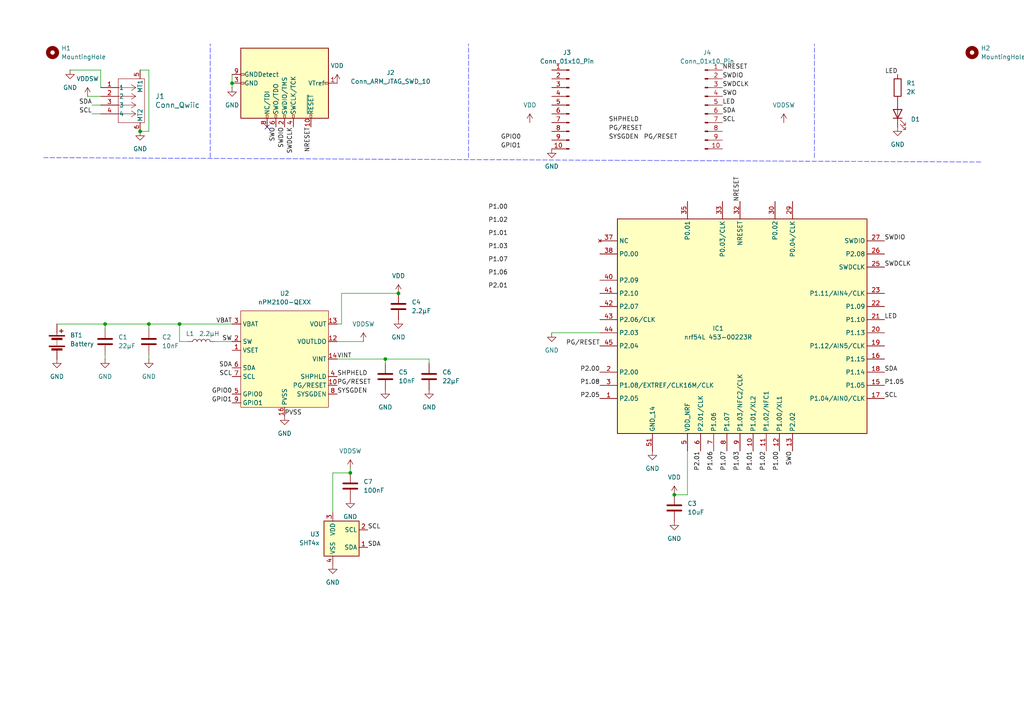
<source format=kicad_sch>
(kicad_sch (version 20250114) (generator "eeschema") (generator_version "9.0")
  (paper "A4")
  (lib_symbols
    (symbol "453-00223R:453-00223R"
      (property "Reference" "IC" (at 28.702 14.478 0))
      (property "Value" "453-00223R" (at 28.702 11.938 0))
      (symbol "453-00223R_1_1"
        (rectangle (start 0 39.37) (end 72.39 -22.86) (stroke (width 0.254)) (fill (type background)))
        (pin no_connect line (at -5.08 33.02 0) (length 5.08) (name "NC") (number "37"))
        (pin passive line (at -5.08 29.21 0) (length 5.08) (name "P0.00") (number "38"))
        (pin passive line (at -5.08 21.59 0) (length 5.08) (name "P2.09") (number "40"))
        (pin passive line (at -5.08 17.78 0) (length 5.08) (name "P2.10") (number "41"))
        (pin passive line (at -5.08 13.97 0) (length 5.08) (name "P2.07") (number "42"))
        (pin passive line (at -5.08 10.16 0) (length 5.08) (name "P2.06/CLK") (number "43"))
        (pin passive line (at -5.08 6.35 0) (length 5.08) (name "P2.03") (number "44"))
        (pin passive line (at -5.08 2.54 0) (length 5.08) (name "P2.04") (number "45"))
        (pin passive line (at -5.08 -5.08 0) (length 5.08) (name "P2.00") (number "2"))
        (pin passive line (at -5.08 -8.89 0) (length 5.08) (name "P1.08/EXTREF/CLK16M/CLK") (number "3"))
        (pin passive line (at -5.08 -12.7 0) (length 5.08) (name "P2.05") (number "1"))
        (pin passive line (at 10.16 -27.94 90) (length 5.08) (hide yes) (name "GND_2") (number "14"))
        (pin passive line (at 10.16 -27.94 90) (length 5.08) (hide yes) (name "GND_3") (number "24"))
        (pin passive line (at 10.16 -27.94 90) (length 5.08) (hide yes) (name "GND_4") (number "28"))
        (pin passive line (at 10.16 -27.94 90) (length 5.08) (hide yes) (name "GND_5") (number "31"))
        (pin passive line (at 10.16 -27.94 90) (length 5.08) (hide yes) (name "GND_6") (number "34"))
        (pin passive line (at 10.16 -27.94 90) (length 5.08) (hide yes) (name "GND_7") (number "36"))
        (pin passive line (at 10.16 -27.94 90) (length 5.08) (hide yes) (name "GND_8") (number "39"))
        (pin passive line (at 10.16 -27.94 90) (length 5.08) (hide yes) (name "GND_1") (number "4"))
        (pin passive line (at 10.16 -27.94 90) (length 5.08) (hide yes) (name "GND_9") (number "46"))
        (pin passive line (at 10.16 -27.94 90) (length 5.08) (hide yes) (name "GND_10") (number "47"))
        (pin passive line (at 10.16 -27.94 90) (length 5.08) (hide yes) (name "GND_11") (number "48"))
        (pin passive line (at 10.16 -27.94 90) (length 5.08) (hide yes) (name "GND_12") (number "49"))
        (pin passive line (at 10.16 -27.94 90) (length 5.08) (hide yes) (name "GND_13") (number "50"))
        (pin passive line (at 10.16 -27.94 90) (length 5.08) (name "GND_14") (number "51"))
        (pin passive line (at 20.32 44.45 270) (length 5.08) (name "P0.01") (number "35"))
        (pin power_in line (at 20.32 -27.94 90) (length 5.08) (name "VDD_NRF") (number "5"))
        (pin passive line (at 24.13 -27.94 90) (length 5.08) (name "P2.01/CLK") (number "6"))
        (pin passive line (at 27.94 -27.94 90) (length 5.08) (name "P1.06") (number "7"))
        (pin passive line (at 30.48 44.45 270) (length 5.08) (name "P0.03/CLK") (number "33"))
        (pin passive line (at 31.75 -27.94 90) (length 5.08) (name "P1.07") (number "8"))
        (pin passive line (at 35.56 44.45 270) (length 5.08) (name "NRESET") (number "32"))
        (pin passive line (at 35.56 -27.94 90) (length 5.08) (name "P1.03/NFC2/CLK") (number "9"))
        (pin passive line (at 39.37 -27.94 90) (length 5.08) (name "P1.01/XL2") (number "10"))
        (pin passive line (at 43.18 -27.94 90) (length 5.08) (name "P1.02/NFC1") (number "11"))
        (pin passive line (at 45.72 44.45 270) (length 5.08) (name "P0.02") (number "30"))
        (pin passive line (at 46.99 -27.94 90) (length 5.08) (name "P1.00/XL1") (number "12"))
        (pin passive line (at 50.8 44.45 270) (length 5.08) (name "P0.04/CLK") (number "29"))
        (pin passive line (at 50.8 -27.94 90) (length 5.08) (name "P2.02") (number "13"))
        (pin passive line (at 77.47 33.02 180) (length 5.08) (name "SWDIO") (number "27"))
        (pin passive line (at 77.47 29.21 180) (length 5.08) (name "P2.08") (number "26"))
        (pin passive line (at 77.47 25.4 180) (length 5.08) (name "SWDCLK") (number "25"))
        (pin passive line (at 77.47 17.78 180) (length 5.08) (name "P1.11/AIN4/CLK") (number "23"))
        (pin passive line (at 77.47 13.97 180) (length 5.08) (name "P1.09") (number "22"))
        (pin passive line (at 77.47 10.16 180) (length 5.08) (name "P1.10") (number "21"))
        (pin passive line (at 77.47 6.35 180) (length 5.08) (name "P1.13") (number "20"))
        (pin passive line (at 77.47 2.54 180) (length 5.08) (name "P1.12/AIN5/CLK") (number "19"))
        (pin passive line (at 77.47 -1.27 180) (length 5.08) (name "P1.15") (number "16"))
        (pin passive line (at 77.47 -5.08 180) (length 5.08) (name "P1.14") (number "18"))
        (pin passive line (at 77.47 -8.89 180) (length 5.08) (name "P1.05") (number "15"))
        (pin passive line (at 77.47 -12.7 180) (length 5.08) (name "P1.04/AIN0/CLK") (number "17"))
      )
    )
    (symbol "Connector:Conn_01x10_Pin" (pin_names (offset 1.016) (hide yes))
      (property "Reference" "J" (at 0 12.7 0))
      (property "Value" "Conn_01x10_Pin" (at 0 -15.24 0))
      (symbol "Conn_01x10_Pin_1_1"
        (rectangle (start 0.8636 10.287) (end 0 10.033) (stroke (width 0.1524)) (fill (type outline)))
        (rectangle (start 0.8636 7.747) (end 0 7.493) (stroke (width 0.1524)) (fill (type outline)))
        (rectangle (start 0.8636 5.207) (end 0 4.953) (stroke (width 0.1524)) (fill (type outline)))
        (rectangle (start 0.8636 2.667) (end 0 2.413) (stroke (width 0.1524)) (fill (type outline)))
        (rectangle (start 0.8636 0.127) (end 0 -0.127) (stroke (width 0.1524)) (fill (type outline)))
        (rectangle (start 0.8636 -2.413) (end 0 -2.667) (stroke (width 0.1524)) (fill (type outline)))
        (rectangle (start 0.8636 -4.953) (end 0 -5.207) (stroke (width 0.1524)) (fill (type outline)))
        (rectangle (start 0.8636 -7.493) (end 0 -7.747) (stroke (width 0.1524)) (fill (type outline)))
        (rectangle (start 0.8636 -10.033) (end 0 -10.287) (stroke (width 0.1524)) (fill (type outline)))
        (rectangle (start 0.8636 -12.573) (end 0 -12.827) (stroke (width 0.1524)) (fill (type outline)))
        (polyline (pts (xy 1.27 10.16) (xy 0.8636 10.16)) (stroke (width 0.1524)))
        (polyline (pts (xy 1.27 7.62) (xy 0.8636 7.62)) (stroke (width 0.1524)))
        (polyline (pts (xy 1.27 5.08) (xy 0.8636 5.08)) (stroke (width 0.1524)))
        (polyline (pts (xy 1.27 2.54) (xy 0.8636 2.54)) (stroke (width 0.1524)))
        (polyline (pts (xy 1.27 0) (xy 0.8636 0)) (stroke (width 0.1524)))
        (polyline (pts (xy 1.27 -2.54) (xy 0.8636 -2.54)) (stroke (width 0.1524)))
        (polyline (pts (xy 1.27 -5.08) (xy 0.8636 -5.08)) (stroke (width 0.1524)))
        (polyline (pts (xy 1.27 -7.62) (xy 0.8636 -7.62)) (stroke (width 0.1524)))
        (polyline (pts (xy 1.27 -10.16) (xy 0.8636 -10.16)) (stroke (width 0.1524)))
        (polyline (pts (xy 1.27 -12.7) (xy 0.8636 -12.7)) (stroke (width 0.1524)))
        (pin passive line (at 5.08 10.16 180) (length 3.81) (name "Pin_1") (number "1"))
        (pin passive line (at 5.08 7.62 180) (length 3.81) (name "Pin_2") (number "2"))
        (pin passive line (at 5.08 5.08 180) (length 3.81) (name "Pin_3") (number "3"))
        (pin passive line (at 5.08 2.54 180) (length 3.81) (name "Pin_4") (number "4"))
        (pin passive line (at 5.08 0 180) (length 3.81) (name "Pin_5") (number "5"))
        (pin passive line (at 5.08 -2.54 180) (length 3.81) (name "Pin_6") (number "6"))
        (pin passive line (at 5.08 -5.08 180) (length 3.81) (name "Pin_7") (number "7"))
        (pin passive line (at 5.08 -7.62 180) (length 3.81) (name "Pin_8") (number "8"))
        (pin passive line (at 5.08 -10.16 180) (length 3.81) (name "Pin_9") (number "9"))
        (pin passive line (at 5.08 -12.7 180) (length 3.81) (name "Pin_10") (number "10"))
      )
    )
    (symbol "Connector:Conn_ARM_JTAG_SWD_10" (pin_names (offset 1.016))
      (property "Reference" "J" (at -2.54 16.51 0))
      (property "Value" "Conn_ARM_JTAG_SWD_10" (at -2.54 13.97 0))
      (symbol "Conn_ARM_JTAG_SWD_10_0_1"
        (rectangle (start -10.16 12.7) (end 10.16 -12.7) (stroke (width 0.254)) (fill (type background)))
        (rectangle (start -2.794 -12.7) (end -2.286 -11.684))
        (rectangle (start -0.254 12.7) (end 0.254 11.684))
        (rectangle (start -0.254 -12.7) (end 0.254 -11.684))
        (rectangle (start 9.144 2.286) (end 10.16 2.794))
        (rectangle (start 10.16 7.874) (end 9.144 7.366))
        (rectangle (start 10.16 -0.254) (end 9.144 0.254))
        (rectangle (start 10.16 -2.794) (end 9.144 -2.286))
      )
      (symbol "Conn_ARM_JTAG_SWD_10_1_1"
        (rectangle (start 9.144 -5.334) (end 10.16 -4.826))
        (pin no_connect line (at -10.16 0 0) (length 2.54) (hide yes) (name "KEY") (number "7"))
        (pin passive line (at -2.54 -15.24 90) (length 2.54) (name "GNDDetect") (number "9"))
        (pin power_in line (at 0 15.24 270) (length 2.54) (name "VTref") (number "1"))
        (pin power_in line (at 0 -15.24 90) (length 2.54) (name "GND") (number "3"))
        (pin passive line (at 0 -15.24 90) (length 2.54) (hide yes) (name "GND") (number "5"))
        (pin open_collector line (at 12.7 7.62 180) (length 2.54) (name "~{RESET}") (number "10"))
        (pin output line (at 12.7 2.54 180) (length 2.54) (name "SWCLK/TCK") (number "4"))
        (pin bidirectional line (at 12.7 0 180) (length 2.54) (name "SWDIO/TMS") (number "2"))
        (pin input line (at 12.7 -2.54 180) (length 2.54) (name "SWO/TDO") (number "6"))
        (pin output line (at 12.7 -5.08 180) (length 2.54) (name "NC/TDI") (number "8"))
      )
    )
    (symbol "Device:Battery" (pin_numbers (hide yes)) (pin_names (offset 0) (hide yes))
      (property "Reference" "BT" (at 2.54 2.54 0))
      (property "Value" "Battery" (at 2.54 0 0))
      (symbol "Battery_0_1"
        (rectangle (start -2.286 1.778) (end 2.286 1.524) (fill (type outline)))
        (rectangle (start -2.286 -1.27) (end 2.286 -1.524) (fill (type outline)))
        (rectangle (start -1.524 1.016) (end 1.524 0.508) (fill (type outline)))
        (rectangle (start -1.524 -2.032) (end 1.524 -2.54) (fill (type outline)))
        (polyline (pts (xy 0 1.778) (xy 0 2.54)))
        (polyline (pts (xy 0 0) (xy 0 0.254)))
        (polyline (pts (xy 0 -0.508) (xy 0 -0.254)))
        (polyline (pts (xy 0 -1.016) (xy 0 -0.762)))
        (polyline (pts (xy 0.762 3.048) (xy 1.778 3.048)) (stroke (width 0.254)))
        (polyline (pts (xy 1.27 3.556) (xy 1.27 2.54)) (stroke (width 0.254)))
      )
      (symbol "Battery_1_1"
        (pin passive line (at 0 5.08 270) (length 2.54) (name "+") (number "1"))
        (pin passive line (at 0 -5.08 90) (length 2.54) (name "-") (number "2"))
      )
    )
    (symbol "Device:C" (pin_numbers (hide yes)) (pin_names (offset 0.254))
      (property "Reference" "C" (at 0.635 2.54 0))
      (property "Value" "C" (at 0.635 -2.54 0))
      (symbol "C_0_1"
        (polyline (pts (xy -2.032 0.762) (xy 2.032 0.762)) (stroke (width 0.508)))
        (polyline (pts (xy -2.032 -0.762) (xy 2.032 -0.762)) (stroke (width 0.508)))
      )
      (symbol "C_1_1"
        (pin passive line (at 0 3.81 270) (length 2.794) (name "~") (number "1"))
        (pin passive line (at 0 -3.81 90) (length 2.794) (name "~") (number "2"))
      )
    )
    (symbol "Device:L" (pin_numbers (hide yes)) (pin_names (offset 1.016) (hide yes))
      (property "Reference" "L" (at -1.27 0 90))
      (property "Value" "L" (at 1.905 0 90))
      (symbol "L_0_1"
        (arc (start 0 2.54) (mid 0.6323 1.905) (end 0 1.27))
        (arc (start 0 1.27) (mid 0.6323 0.635) (end 0 0))
        (arc (start 0 0) (mid 0.6323 -0.635) (end 0 -1.27))
        (arc (start 0 -1.27) (mid 0.6323 -1.905) (end 0 -2.54))
      )
      (symbol "L_1_1"
        (pin passive line (at 0 3.81 270) (length 1.27) (name "1") (number "1"))
        (pin passive line (at 0 -3.81 90) (length 1.27) (name "2") (number "2"))
      )
    )
    (symbol "Device:LED" (pin_numbers (hide yes)) (pin_names (offset 1.016) (hide yes))
      (property "Reference" "D" (at 0 2.54 0))
      (property "Value" "LED" (at 0 -2.54 0))
      (symbol "LED_0_1"
        (polyline (pts (xy -3.048 -0.762) (xy -4.572 -2.286) (xy -3.81 -2.286) (xy -4.572 -2.286) (xy -4.572 -1.524)))
        (polyline (pts (xy -1.778 -0.762) (xy -3.302 -2.286) (xy -2.54 -2.286) (xy -3.302 -2.286) (xy -3.302 -1.524)))
        (polyline (pts (xy -1.27 0) (xy 1.27 0)))
        (polyline (pts (xy -1.27 -1.27) (xy -1.27 1.27)) (stroke (width 0.254)))
        (polyline (pts (xy 1.27 -1.27) (xy 1.27 1.27) (xy -1.27 0) (xy 1.27 -1.27)) (stroke (width 0.254)))
      )
      (symbol "LED_1_1"
        (pin passive line (at -3.81 0 0) (length 2.54) (name "K") (number "1"))
        (pin passive line (at 3.81 0 180) (length 2.54) (name "A") (number "2"))
      )
    )
    (symbol "Device:R" (pin_numbers (hide yes)) (pin_names (offset 0))
      (property "Reference" "R" (at 2.032 0 90))
      (property "Value" "R" (at 0 0 90))
      (symbol "R_0_1"
        (rectangle (start -1.016 -2.54) (end 1.016 2.54) (stroke (width 0.254)))
      )
      (symbol "R_1_1"
        (pin passive line (at 0 3.81 270) (length 1.27) (name "~") (number "1"))
        (pin passive line (at 0 -3.81 90) (length 1.27) (name "~") (number "2"))
      )
    )
    (symbol "Mechanical:MountingHole" (pin_names (offset 1.016)) (in_bom no)
      (property "Reference" "H" (at 0 5.08 0))
      (property "Value" "MountingHole" (at 0 3.175 0))
      (symbol "MountingHole_0_1"
        (circle (center 0 0) (radius 1.27) (stroke (width 1.27)))
      )
    )
    (symbol "PCM_nordic-lib-kicad-npm:nPM2100-QEXX"
      (property "Reference" "U" (at -10.16 19.05 0))
      (property "Value" "nPM2100-QEXX" (at -3.81 16.51 0))
      (symbol "nPM2100-QEXX_0_0"
        (pin power_in line (at -15.24 10.16 0) (length 2.54) (name "VBAT") (number "3"))
        (pin passive line (at -15.24 5.08 0) (length 2.54) (name "SW") (number "2"))
        (pin input line (at -15.24 2.54 0) (length 2.54) (name "VSET") (number "1"))
        (pin bidirectional line (at -15.24 -2.54 0) (length 2.54) (name "SDA") (number "6"))
        (pin input line (at -15.24 -5.08 0) (length 2.54) (name "SCL") (number "7"))
        (pin bidirectional line (at -15.24 -10.16 0) (length 2.54) (name "GPIO0") (number "5"))
        (pin bidirectional line (at -15.24 -12.7 0) (length 2.54) (name "GPIO1") (number "9"))
        (pin power_in line (at 0 -16.51 90) (length 2.54) (hide yes) (name "AVSS2") (number "11"))
        (pin power_in line (at 0 -16.51 90) (length 2.54) (name "PVSS") (number "16"))
        (pin passive line (at 0 -16.51 90) (length 2.54) (hide yes) (name "EP") (number "17"))
        (pin power_out line (at 15.24 10.16 180) (length 2.54) (name "VOUT") (number "13"))
        (pin passive line (at 15.24 0 180) (length 2.54) (name "VINT") (number "14"))
        (pin passive line (at 15.24 0 180) (length 2.54) (hide yes) (name "VINT") (number "15"))
        (pin input line (at 15.24 -5.08 180) (length 2.54) (name "SHPHLD") (number "4"))
        (pin bidirectional line (at 15.24 -7.62 180) (length 2.54) (name "PG/RESET") (number "10"))
        (pin input line (at 15.24 -10.16 180) (length 2.54) (name "SYSGDEN") (number "8"))
      )
      (symbol "nPM2100-QEXX_1_0"
        (pin power_out line (at 15.24 5.08 180) (length 2.54) (name "VOUTLDO") (number "12"))
      )
      (symbol "nPM2100-QEXX_1_1"
        (rectangle (start -12.7 13.97) (end 12.7 -13.97) (fill (type background)))
      )
    )
    (symbol "SM04B_SRSS_TB:SM04B-SRSS-TB" (pin_names (offset 0.254))
      (property "Reference" "J1" (at 15.748 -2.54 0))
      (property "Value" "Conn_Qwiic" (at 15.748 -5.08 0))
      (symbol "SM04B-SRSS-TB_1_1"
        (polyline (pts (xy 5.08 2.54) (xy 5.08 -10.16)) (stroke (width 0.127)))
        (polyline (pts (xy 5.08 -10.16) (xy 12.7 -10.16)) (stroke (width 0.127)))
        (polyline (pts (xy 10.16 0) (xy 5.08 0)) (stroke (width 0.127)))
        (polyline (pts (xy 10.16 0) (xy 8.89 0.8467)) (stroke (width 0.127)))
        (polyline (pts (xy 10.16 0) (xy 8.89 -0.8467)) (stroke (width 0.127)))
        (polyline (pts (xy 10.16 -2.54) (xy 5.08 -2.54)) (stroke (width 0.127)))
        (polyline (pts (xy 10.16 -2.54) (xy 8.89 -1.6933)) (stroke (width 0.127)))
        (polyline (pts (xy 10.16 -2.54) (xy 8.89 -3.3867)) (stroke (width 0.127)))
        (polyline (pts (xy 10.16 -5.08) (xy 5.08 -5.08)) (stroke (width 0.127)))
        (polyline (pts (xy 10.16 -5.08) (xy 8.89 -4.2333)) (stroke (width 0.127)))
        (polyline (pts (xy 10.16 -5.08) (xy 8.89 -5.9267)) (stroke (width 0.127)))
        (polyline (pts (xy 10.16 -7.62) (xy 5.08 -7.62)) (stroke (width 0.127)))
        (polyline (pts (xy 10.16 -7.62) (xy 8.89 -6.7733)) (stroke (width 0.127)))
        (polyline (pts (xy 10.16 -7.62) (xy 8.89 -8.4667)) (stroke (width 0.127)))
        (polyline (pts (xy 12.7 2.54) (xy 5.08 2.54)) (stroke (width 0.127)))
        (polyline (pts (xy 12.7 -10.16) (xy 12.7 2.54)) (stroke (width 0.127)))
        (pin power_in line (at 0 0 0) (length 5.08) (name "1") (number "1"))
        (pin power_in line (at 0 -2.54 0) (length 5.08) (name "2") (number "2"))
        (pin input line (at 0 -5.08 0) (length 5.08) (name "3") (number "3"))
        (pin bidirectional line (at 0 -7.62 0) (length 5.08) (name "4") (number "4"))
        (pin passive line (at 11.43 5.08 270) (length 2.54) (name "MT1") (number "5"))
        (pin passive line (at 11.43 -12.7 90) (length 2.54) (name "MT2") (number "6"))
      )
      (symbol "SM04B-SRSS-TB_1_2"
        (polyline (pts (xy 5.08 2.54) (xy 5.08 -10.16)) (stroke (width 0.127)))
        (polyline (pts (xy 5.08 -10.16) (xy 12.7 -10.16)) (stroke (width 0.127)))
        (polyline (pts (xy 7.62 0) (xy 5.08 0)) (stroke (width 0.127)))
        (polyline (pts (xy 7.62 0) (xy 8.89 0.8467)) (stroke (width 0.127)))
        (polyline (pts (xy 7.62 0) (xy 8.89 -0.8467)) (stroke (width 0.127)))
        (polyline (pts (xy 7.62 -2.54) (xy 5.08 -2.54)) (stroke (width 0.127)))
        (polyline (pts (xy 7.62 -2.54) (xy 8.89 -1.6933)) (stroke (width 0.127)))
        (polyline (pts (xy 7.62 -2.54) (xy 8.89 -3.3867)) (stroke (width 0.127)))
        (polyline (pts (xy 7.62 -5.08) (xy 5.08 -5.08)) (stroke (width 0.127)))
        (polyline (pts (xy 7.62 -5.08) (xy 8.89 -4.2333)) (stroke (width 0.127)))
        (polyline (pts (xy 7.62 -5.08) (xy 8.89 -5.9267)) (stroke (width 0.127)))
        (polyline (pts (xy 7.62 -7.62) (xy 5.08 -7.62)) (stroke (width 0.127)))
        (polyline (pts (xy 7.62 -7.62) (xy 8.89 -6.7733)) (stroke (width 0.127)))
        (polyline (pts (xy 7.62 -7.62) (xy 8.89 -8.4667)) (stroke (width 0.127)))
        (polyline (pts (xy 12.7 2.54) (xy 5.08 2.54)) (stroke (width 0.127)))
        (polyline (pts (xy 12.7 -10.16) (xy 12.7 2.54)) (stroke (width 0.127)))
        (pin unspecified line (at 0 0 0) (length 5.08) (name "1") (number "1"))
        (pin unspecified line (at 0 -2.54 0) (length 5.08) (name "2") (number "2"))
        (pin unspecified line (at 0 -5.08 0) (length 5.08) (name "3") (number "3"))
        (pin unspecified line (at 0 -7.62 0) (length 5.08) (name "4") (number "4"))
      )
    )
    (symbol "Sensor_Humidity:SHT4x"
      (property "Reference" "U" (at 0 8.89 0))
      (property "Value" "SHT4x" (at 0 6.35 0))
      (symbol "SHT4x_1_1"
        (rectangle (start -5.08 5.08) (end 5.08 -5.08) (stroke (width 0.254)) (fill (type background)))
        (pin input line (at -7.62 2.54 0) (length 2.54) (name "SCL") (number "2"))
        (pin bidirectional line (at -7.62 -2.54 0) (length 2.54) (name "SDA") (number "1"))
        (pin power_in line (at 2.54 7.62 270) (length 2.54) (name "VDD") (number "3"))
        (pin power_in line (at 2.54 -7.62 90) (length 2.54) (name "VSS") (number "4"))
      )
    )
    (symbol "power:GND" (power) (pin_numbers (hide yes)) (pin_names (offset 0) (hide yes))
      (property "Value" "GND" (at 0 -3.81 0))
      (symbol "GND_0_1"
        (polyline (pts (xy 0 0) (xy 0 -1.27) (xy 1.27 -1.27) (xy 0 -2.54) (xy -1.27 -1.27) (xy 0 -1.27)))
      )
      (symbol "GND_1_1"
        (pin power_in line (at 0 0 270) (length 0) (name "~") (number "1"))
      )
    )
    (symbol "power:VDD" (power) (pin_numbers (hide yes)) (pin_names (offset 0) (hide yes))
      (property "Value" "VDD" (at 0 3.556 0))
      (symbol "VDD_0_1"
        (polyline (pts (xy -0.762 1.27) (xy 0 2.54)))
        (polyline (pts (xy 0 2.54) (xy 0.762 1.27)))
        (polyline (pts (xy 0 0) (xy 0 2.54)))
      )
      (symbol "VDD_1_1"
        (pin power_in line (at 0 0 90) (length 0) (name "~") (number "1"))
      )
    )
    (symbol "power:VDDA" (power) (pin_numbers (hide yes)) (pin_names (offset 0) (hide yes))
      (property "Value" "VDDA" (at 0 3.556 0))
      (symbol "VDDA_0_1"
        (polyline (pts (xy -0.762 1.27) (xy 0 2.54)))
        (polyline (pts (xy 0 2.54) (xy 0.762 1.27)))
        (polyline (pts (xy 0 0) (xy 0 2.54)))
      )
      (symbol "VDDA_1_1"
        (pin power_in line (at 0 0 90) (length 0) (name "~") (number "1"))
      )
    )
  )
  (junction (at 111.76 104.14))
  (junction (at 30.48 93.98))
  (junction (at 43.18 93.98))
  (junction (at 195.58 143.51))
  (junction (at 115.57 85.09))
  (junction (at 52.07 93.98))
  (junction (at 67.31 24.13))
  (junction (at 101.6 137.16))
  (junction (at 40.64 38.1))
  (no_connect (at 77.47 36.83))
  (wire (pts (xy 195.58 143.51) (xy 199.39 143.51)))
  (wire (pts (xy 97.79 104.14) (xy 111.76 104.14)))
  (wire (pts (xy 30.48 104.14) (xy 30.48 102.87)))
  (wire (pts (xy 99.06 85.09) (xy 99.06 93.98)))
  (wire (pts (xy 124.46 105.41) (xy 124.46 104.14)))
  (wire (pts (xy 43.18 102.87) (xy 43.18 104.14)))
  (polyline (pts (xy 60.96 45.72) (xy 60.96 12.7)) (stroke (width 0.127) (type dash) (color 0 0 255 1)))
  (wire (pts (xy 96.52 137.16) (xy 101.6 137.16)))
  (polyline (pts (xy 236.22 45.72) (xy 236.22 12.7)) (stroke (width 0.127) (type dash) (color 0 0 255 1)))
  (wire (pts (xy 43.18 93.98) (xy 43.18 95.25)))
  (wire (pts (xy 30.48 93.98) (xy 43.18 93.98)))
  (wire (pts (xy 111.76 105.41) (xy 111.76 104.14)))
  (wire (pts (xy 26.67 30.48) (xy 29.21 30.48)))
  (wire (pts (xy 199.39 130.81) (xy 199.39 143.51)))
  (polyline (pts (xy 135.89 45.72) (xy 135.89 12.7)) (stroke (width 0.127) (type dash) (color 0 0 255 1)))
  (wire (pts (xy 115.57 85.09) (xy 99.06 85.09)))
  (wire (pts (xy 52.07 93.98) (xy 67.31 93.98)))
  (wire (pts (xy 67.31 25.4) (xy 67.31 24.13)))
  (wire (pts (xy 29.21 20.32) (xy 29.21 25.4)))
  (wire (pts (xy 99.06 93.98) (xy 97.79 93.98)))
  (wire (pts (xy 30.48 95.25) (xy 30.48 93.98)))
  (wire (pts (xy 101.6 135.89) (xy 101.6 137.16)))
  (wire (pts (xy 52.07 99.06) (xy 52.07 93.98)))
  (wire (pts (xy 43.18 93.98) (xy 52.07 93.98)))
  (wire (pts (xy 160.02 96.52) (xy 173.99 96.52)))
  (wire (pts (xy 62.23 99.06) (xy 67.31 99.06)))
  (wire (pts (xy 26.67 33.02) (xy 29.21 33.02)))
  (wire (pts (xy 16.51 93.98) (xy 30.48 93.98)))
  (wire (pts (xy 54.61 99.06) (xy 52.07 99.06)))
  (wire (pts (xy 20.32 20.32) (xy 29.21 20.32)))
  (wire (pts (xy 25.4 27.94) (xy 29.21 27.94)))
  (wire (pts (xy 40.64 20.32) (xy 43.18 20.32)))
  (wire (pts (xy 105.41 99.06) (xy 97.79 99.06)))
  (wire (pts (xy 96.52 137.16) (xy 96.52 148.59)))
  (wire (pts (xy 124.46 104.14) (xy 111.76 104.14)))
  (wire (pts (xy 67.31 21.59) (xy 67.31 24.13)))
  (polyline (pts (xy 284.48 46.99) (xy 12.7 45.72)) (stroke (width 0.127) (type dash) (color 0 0 255 1)))
  (wire (pts (xy 43.18 20.32) (xy 43.18 38.1)))
  (wire (pts (xy 43.18 38.1) (xy 40.64 38.1)))
  (label "SCL" (at 256.54 115.57 0))
  (label "SWDCLK" (at 256.54 77.47 0))
  (label "SW" (at 67.31 99.06 180))
  (label "P1.00" (at 147.32 60.96 180))
  (label "NRESET" (at 209.55 20.32 0))
  (label "P2.01" (at 147.32 83.82 180))
  (label "VBAT" (at 67.31 93.98 180))
  (label "SCL" (at 106.68 153.67 0))
  (label "LED" (at 209.55 30.48 0))
  (label "P1.01" (at 218.44 130.81 270))
  (label "SCL" (at 67.31 109.22 180))
  (label "PG{slash}RESET" (at 176.53 38.1 0))
  (label "SDA" (at 26.67 30.48 180))
  (label "GPIO0" (at 151.13 40.64 180))
  (label "SWO" (at 80.01 36.83 270))
  (label "SYSGDEN" (at 176.53 40.64 0))
  (label "SHPHELD" (at 97.79 109.22 0))
  (label "P1.00" (at 226.06 130.81 270))
  (label "SWO" (at 209.55 27.94 0))
  (label "GPIO1" (at 151.13 43.18 180))
  (label "P1.03" (at 147.32 72.39 180))
  (label "SDA" (at 209.55 33.02 0))
  (label "LED" (at 256.54 92.71 0))
  (label "SDA" (at 106.68 158.75 0))
  (label "NRESET" (at 214.63 58.42 90))
  (label "SYSGDEN" (at 97.79 114.3 0))
  (label "GPIO0" (at 67.31 114.3 180))
  (label "P1.07" (at 210.82 130.81 270))
  (label "P1.06" (at 207.01 130.81 270))
  (label "P1.08" (at 173.99 111.76 180))
  (label "P1.02" (at 222.25 130.81 270))
  (label "P1.01" (at 147.32 68.58 180))
  (label "P1.07" (at 147.32 76.2 180))
  (label "P1.02" (at 147.32 64.77 180))
  (label "SWDCLK" (at 85.09 36.83 270))
  (label "SDA" (at 67.31 106.68 180))
  (label "PVSS" (at 82.55 120.65 0))
  (label "SWDIO" (at 256.54 69.85 0))
  (label "SHPHELD" (at 176.53 35.56 0))
  (label "LED" (at 260.35 21.59 180))
  (label "SWDIO" (at 209.55 22.86 0))
  (label "P2.00" (at 173.99 107.95 180))
  (label "VINT" (at 97.79 104.14 0))
  (label "PG{slash}RESET" (at 186.69 40.64 0))
  (label "GPIO1" (at 67.31 116.84 180))
  (label "P1.03" (at 214.63 130.81 270))
  (label "SCL" (at 209.55 35.56 0))
  (label "NRESET" (at 90.17 36.83 270))
  (label "P2.05" (at 173.99 115.57 180))
  (label "SWDCLK" (at 209.55 25.4 0))
  (label "SCL" (at 26.67 33.02 180))
  (label "SWO" (at 229.87 130.81 270))
  (label "SDA" (at 256.54 107.95 0))
  (label "P2.01" (at 203.2 130.81 270))
  (label "PG{slash}RESET" (at 97.79 111.76 0))
  (label "SWDIO" (at 82.55 36.83 270))
  (label "P1.05" (at 256.54 111.76 0))
  (label "PG{slash}RESET" (at 173.99 100.33 180))
  (label "P1.06" (at 147.32 80.01 180))
  (symbol (lib_id "power:VDDA") (at 105.41 99.06 0) (unit 1)
    (property "Reference" "#PWR019" (effects (hide yes)))
    (property "Value" "VDDSW" (at 105.41 93.98 0))
    (property "Description" "Power symbol creates a global label with name \"VDDA\"" (effects (hide yes)))
  )
  (symbol (lib_id "power:GND") (at 260.35 36.83 0) (unit 1)
    (property "Reference" "#PWR08" (effects (hide yes)))
    (property "Value" "GND" (at 260.35 41.91 0))
    (property "Description" "Power symbol creates a global label with name \"GND\" , ground" (effects (hide yes)))
  )
  (symbol (lib_id "power:VDDA") (at 25.4 27.94 0) (unit 1)
    (property "Reference" "#PWR01" (effects (hide yes)))
    (property "Value" "VDDSW" (at 25.4 22.86 0))
    (property "Description" "Power symbol creates a global label with name \"VDDA\"" (effects (hide yes)))
  )
  (symbol (lib_id "power:GND") (at 40.64 38.1 0) (unit 1)
    (property "Reference" "#PWR07" (effects (hide yes)))
    (property "Value" "GND" (at 40.64 43.18 0))
    (property "Description" "Power symbol creates a global label with name \"GND\" , ground" (effects (hide yes)))
  )
  (symbol (lib_id "power:GND") (at 124.46 113.03 0) (unit 1)
    (property "Reference" "#PWR015" (effects (hide yes)))
    (property "Value" "GND" (at 124.46 118.11 0))
    (property "Description" "Power symbol creates a global label with name \"GND\" , ground" (effects (hide yes)))
  )
  (symbol (lib_id "Connector:Conn_01x10_Pin") (at 165.1 30.48 0) (mirror y) (unit 1)
    (property "Reference" "J3" (at 164.465 15.24 0))
    (property "Value" "Conn_01x10_Pin" (at 164.465 17.78 0))
    (property "Footprint" "Connector_PinHeader_2.54mm:PinHeader_1x10_P2.54mm_Vertical" (effects (hide yes)))
    (property "Description" "Generic connector, single row, 01x10, script generated" (effects (hide yes)))
  )
  (symbol (lib_id "SM04B_SRSS_TB:SM04B-SRSS-TB") (at 29.21 25.4 0) (unit 1)
    (property "Reference" "J1" (at 44.958 27.94 0) (effects (font (size 1.524 1.524)) (justify left)))
    (property "Value" "Conn_Qwiic" (at 44.958 30.48 0) (effects (font (size 1.524 1.524)) (justify left)))
    (property "Footprint" "SM04B_SRSS_TB:CONN_SM04B-SRSS-TB_JST" (effects (hide yes)))
    (property "Datasheet" "SM04B-SRSS-TB" (effects (hide yes)))
  )
  (symbol (lib_id "power:GND") (at 111.76 113.03 0) (unit 1)
    (property "Reference" "#PWR016" (effects (hide yes)))
    (property "Value" "GND" (at 111.76 118.11 0))
    (property "Description" "Power symbol creates a global label with name \"GND\" , ground" (effects (hide yes)))
  )
  (symbol (lib_id "Device:L") (at 58.42 99.06 90) (unit 1)
    (property "Reference" "L1" (at 55.118 96.774 90))
    (property "Value" "2.2μH" (at 60.706 96.774 90))
    (property "Footprint" "CIGT201610EH2R2MNE:IND_CIGT2016_SAM" (effects (hide yes)))
    (property "Description" "Boost Inductor" (effects (hide yes)))
    (property "Design Guidance" "Isat > 0.55 A, DCR < 300 mΩ, ±20%" (effects (hide yes)))
  )
  (symbol (lib_id "Mechanical:MountingHole") (at 15.24 15.24 0) (unit 1) (in_bom no)
    (property "Reference" "H1" (at 17.78 13.9699 0) (effects (justify left)))
    (property "Value" "MountingHole" (at 17.78 16.5099 0) (effects (justify left)))
    (property "Footprint" "MountingHoleCompact:MountingHole_2.5mm_Plated" (effects (hide yes)))
    (property "Description" "Mounting Hole without connection" (effects (hide yes)))
  )
  (symbol (lib_id "power:GND") (at 30.48 104.14 0) (unit 1)
    (property "Reference" "#PWR017" (effects (hide yes)))
    (property "Value" "GND" (at 30.48 109.22 0))
    (property "Description" "Power symbol creates a global label with name \"GND\" , ground" (effects (hide yes)))
  )
  (symbol (lib_id "Device:C") (at 111.76 109.22 0) (unit 1)
    (property "Reference" "C5" (at 115.57 107.9499 0) (effects (justify left)))
    (property "Value" "10nF" (at 115.57 110.4899 0) (effects (justify left)))
    (property "Footprint" "Capacitor_SMD:C_0402_1005Metric" (effects (hide yes)))
    (property "Description" "Decoupling Capacitor" (effects (hide yes)))
    (property "Design Guideline" "1-100nF, at least 6.3V rating" (effects (hide yes)))
  )
  (symbol (lib_id "power:GND") (at 16.51 104.14 0) (unit 1)
    (property "Reference" "#PWR011" (effects (hide yes)))
    (property "Value" "GND" (at 16.51 109.22 0))
    (property "Description" "Power symbol creates a global label with name \"GND\" , ground" (effects (hide yes)))
  )
  (symbol (lib_id "power:GND") (at 67.31 25.4 0) (unit 1)
    (property "Reference" "#PWR04" (effects (hide yes)))
    (property "Value" "GND" (at 67.31 30.48 0))
    (property "Description" "Power symbol creates a global label with name \"GND\" , ground" (effects (hide yes)))
  )
  (symbol (lib_id "power:VDD") (at 115.57 85.09 0) (unit 1)
    (property "Reference" "#PWR014" (effects (hide yes)))
    (property "Value" "VDD" (at 115.57 80.01 0))
    (property "Description" "Power symbol creates a global label with name \"VDD\"" (effects (hide yes)))
  )
  (symbol (lib_id "power:GND") (at 101.6 144.78 0) (unit 1)
    (property "Reference" "#PWR025" (effects (hide yes)))
    (property "Value" "GND" (at 101.6 149.86 0))
    (property "Description" "Power symbol creates a global label with name \"GND\" , ground" (effects (hide yes)))
  )
  (symbol (lib_id "power:GND") (at 195.58 151.13 0) (unit 1)
    (property "Reference" "#PWR012" (effects (hide yes)))
    (property "Value" "GND" (at 195.58 156.21 0))
    (property "Description" "Power symbol creates a global label with name \"GND\" , ground" (effects (hide yes)))
  )
  (symbol (lib_id "power:GND") (at 160.02 43.18 0) (unit 1)
    (property "Reference" "#PWR022" (effects (hide yes)))
    (property "Value" "GND" (at 160.02 48.26 0))
    (property "Description" "Power symbol creates a global label with name \"GND\" , ground" (effects (hide yes)))
  )
  (symbol (lib_id "power:GND") (at 115.57 92.71 0) (unit 1)
    (property "Reference" "#PWR05" (effects (hide yes)))
    (property "Value" "GND" (at 115.57 97.79 0))
    (property "Description" "Power symbol creates a global label with name \"GND\" , ground" (effects (hide yes)))
  )
  (symbol (lib_id "Device:C") (at 30.48 99.06 0) (unit 1)
    (property "Reference" "C1" (at 34.29 97.7899 0) (effects (justify left)))
    (property "Value" "22μF" (at 34.29 100.3299 0) (effects (justify left)))
    (property "Footprint" "Capacitor_SMD:C_0603_1608Metric" (effects (hide yes)))
    (property "Description" "Capacitor" (effects (hide yes)))
    (property "Design Guidance" "At least 3.5 μF effective and 6.3V rating, ±20% is fine" (effects (hide yes)))
  )
  (symbol (lib_id "Device:C") (at 101.6 140.97 0) (unit 1)
    (property "Reference" "C7" (at 105.41 139.6999 0) (effects (justify left)))
    (property "Value" "100nF" (at 105.41 142.2399 0) (effects (justify left)))
    (property "Description" "Unpolarized capacitor" (effects (hide yes)))
  )
  (symbol (lib_id "Connector:Conn_ARM_JTAG_SWD_10") (at 82.55 24.13 270) (unit 1)
    (property "Reference" "J2" (at 113.284 21.082 90))
    (property "Value" "Conn_ARM_JTAG_SWD_10" (at 113.284 23.622 90))
    (property "Footprint" "Connector_PinHeader_1.27mm:PinHeader_2x05_P1.27mm_Vertical_SMD" (effects (hide yes)))
    (property "Datasheet" "http://infocenter.arm.com/help/topic/com.arm.doc.ddi0314h/DDI0314H_coresight_components_trm.pdf" (effects (hide yes)))
    (property "Description" "Cortex Debug Connector, standard ARM Cortex-M SWD and JTAG interface" (effects (hide yes)))
  )
  (symbol (lib_id "power:GND") (at 96.52 163.83 0) (unit 1)
    (property "Reference" "#PWR09" (effects (hide yes)))
    (property "Value" "GND" (at 96.52 168.91 0))
    (property "Description" "Power symbol creates a global label with name \"GND\" , ground" (effects (hide yes)))
  )
  (symbol (lib_id "power:VDD") (at 97.79 24.13 0) (unit 1)
    (property "Reference" "#PWR06" (effects (hide yes)))
    (property "Value" "VDD" (at 97.79 19.05 0))
    (property "Description" "Power symbol creates a global label with name \"VDD\"" (effects (hide yes)))
  )
  (symbol (lib_id "PCM_nordic-lib-kicad-npm:nPM2100-QEXX") (at 82.55 104.14 0) (unit 1)
    (property "Reference" "U2" (at 82.55 85.09 0))
    (property "Value" "nPM2100-QEXX" (at 82.55 87.63 0))
    (property "Footprint" "Package_DFN_QFN:UQFN-16-1EP_4x4mm_P0.65mm_EP2.6x2.6mm" (effects (hide yes)))
    (property "Datasheet" "https://docs.nordicsemi.com/bundle/ps_npm2100/page/keyfeatures_html5.html" (effects (hide yes)))
  )
  (symbol (lib_id "power:GND") (at 160.02 96.52 0) (unit 1)
    (property "Reference" "#PWR024" (effects (hide yes)))
    (property "Value" "GND" (at 160.02 101.6 0))
    (property "Description" "Power symbol creates a global label with name \"GND\" , ground" (effects (hide yes)))
  )
  (symbol (lib_id "power:VDD") (at 195.58 143.51 0) (unit 1)
    (property "Reference" "#PWR020" (effects (hide yes)))
    (property "Value" "VDD" (at 195.58 138.43 0))
    (property "Description" "Power symbol creates a global label with name \"VDD\"" (effects (hide yes)))
  )
  (symbol (lib_id "Device:LED") (at 260.35 33.02 90) (unit 1)
    (property "Reference" "D1" (at 264.16 34.6074 90) (effects (justify right)))
    (property "Value" "PWRLED" (effects (hide yes)))
    (property "Footprint" "LED_SMD:LED_0603_1608Metric" (effects (hide yes)))
    (property "Description" "Light emitting diode" (effects (hide yes)))
    (property "Sim.Pins" "1=K 2=A" (effects (hide yes)))
  )
  (symbol (lib_id "453-00223R:453-00223R") (at 179.07 102.87 0) (unit 1)
    (property "Reference" "IC1" (at 208.28 95.25 0))
    (property "Value" "nrf54L 453-00223R" (at 208.28 97.79 0))
    (property "Footprint" "45300223R" (effects (hide yes)))
    (property "Datasheet" "https://www.ezurio.com/part/453-00223r?srsltid=AfmBOor-2XNVTfpKfHgCc_PpvXD3mUEKeSST6L9FUfm2KAjYeduX-8zf" (effects (hide yes)))
    (property "Description" "802.15.4, Bluetooth Bluetooth v6.0, Matter, Thread, Zigbee Transceiver Module 2.4GHz Integrated, Chip Surface Mount" (effects (hide yes)))
    (property "Height" "1.9" (effects (hide yes)))
    (property "Manufacturer_Name" "EZURIO" (effects (hide yes)))
    (property "Manufacturer_Part_Number" "453-00223R" (effects (hide yes)))
  )
  (symbol (lib_id "Device:C") (at 195.58 147.32 0) (unit 1)
    (property "Reference" "C3" (at 199.39 146.0499 0) (effects (justify left)))
    (property "Value" "10uF" (at 199.39 148.5899 0) (effects (justify left)))
    (property "Footprint" "Capacitor_SMD:C_0603_1608Metric" (effects (hide yes)))
    (property "Description" "Unpolarized capacitor" (effects (hide yes)))
  )
  (symbol (lib_id "power:GND") (at 82.55 120.65 0) (unit 1)
    (property "Reference" "#PWR010" (effects (hide yes)))
    (property "Value" "GND" (at 82.55 125.73 0))
    (property "Description" "Power symbol creates a global label with name \"GND\" , ground" (effects (hide yes)))
  )
  (symbol (lib_id "Device:C") (at 43.18 99.06 0) (unit 1)
    (property "Reference" "C2" (at 46.99 97.7899 0) (effects (justify left)))
    (property "Value" "10nF" (at 46.99 100.3299 0) (effects (justify left)))
    (property "Footprint" "Capacitor_SMD:C_0402_1005Metric" (effects (hide yes)))
    (property "Description" "Decoupling Capacitor" (effects (hide yes)))
    (property "Design Guidance" "1-100nF, at least 6.3V rating" (effects (hide yes)))
  )
  (symbol (lib_id "Connector:Conn_01x10_Pin") (at 204.47 30.48 0) (unit 1)
    (property "Reference" "J4" (at 205.105 15.24 0))
    (property "Value" "Conn_01x10_Pin" (at 205.105 17.78 0))
    (property "Footprint" "Connector_PinHeader_2.54mm:PinHeader_1x10_P2.54mm_Vertical" (effects (hide yes)))
    (property "Description" "Generic connector, single row, 01x10, script generated" (effects (hide yes)))
  )
  (symbol (lib_id "power:VDDA") (at 227.33 35.56 0) (unit 1)
    (property "Reference" "#PWR023" (effects (hide yes)))
    (property "Value" "VDDSW" (at 227.33 30.48 0))
    (property "Description" "Power symbol creates a global label with name \"VDDA\"" (effects (hide yes)))
  )
  (symbol (lib_id "power:VDD") (at 153.67 35.56 0) (unit 1)
    (property "Reference" "#PWR021" (effects (hide yes)))
    (property "Value" "VDD" (at 153.67 30.48 0))
    (property "Description" "Power symbol creates a global label with name \"VDD\"" (effects (hide yes)))
  )
  (symbol (lib_id "power:VDDA") (at 101.6 135.89 0) (unit 1)
    (property "Reference" "#PWR013" (effects (hide yes)))
    (property "Value" "VDDSW" (at 101.6 130.81 0))
    (property "Description" "Power symbol creates a global label with name \"VDDA\"" (effects (hide yes)))
  )
  (symbol (lib_id "Sensor_Humidity:SHT4x") (at 99.06 156.21 0) (mirror y) (unit 1)
    (property "Reference" "U3" (at 92.71 154.9399 0) (effects (justify left)))
    (property "Value" "SHT4x" (at 92.71 157.4799 0) (effects (justify left)))
    (property "Footprint" "Sensor_Humidity:Sensirion_DFN-4_1.5x1.5mm_P0.8mm_SHT4x_NoCentralPad" (effects (hide yes)))
    (property "Datasheet" "https://sensirion.com/media/documents/33FD6951/624C4357/Datasheet_SHT4x.pdf" (effects (hide yes)))
    (property "Description" "Digital Humidity and Temperature Sensor, ±1%RH, ±0.1°C, I2C, 1.08-3.6V, 16bit, DFN-4" (effects (hide yes)))
  )
  (symbol (lib_id "Device:Battery") (at 16.51 99.06 0) (unit 1)
    (property "Reference" "BT1" (at 20.32 97.2184 0) (effects (justify left)))
    (property "Value" "Battery" (at 20.32 99.7584 0) (effects (justify left)))
    (property "Footprint" "Battery:BatteryHolder_Keystone_2462_2xAA" (effects (hide yes)))
    (property "Description" "Multiple-cell battery" (effects (hide yes)))
  )
  (symbol (lib_id "Device:C") (at 124.46 109.22 0) (unit 1)
    (property "Reference" "C6" (at 128.27 107.9499 0) (effects (justify left)))
    (property "Value" "22μF" (at 128.27 110.4899 0) (effects (justify left)))
    (property "Footprint" "Capacitor_SMD:C_0603_1608Metric" (effects (hide yes)))
    (property "Description" "Capacitor" (effects (hide yes)))
    (property "Design Guideline" "At least 3.5 μF effective and 6.3V rating, ±20% is fine. Additional capacitance improves load transient response and ripple" (effects (hide yes)))
  )
  (symbol (lib_id "power:GND") (at 20.32 20.32 0) (unit 1)
    (property "Reference" "#PWR02" (effects (hide yes)))
    (property "Value" "GND" (at 20.32 25.4 0))
    (property "Description" "Power symbol creates a global label with name \"GND\" , ground" (effects (hide yes)))
  )
  (symbol (lib_id "Device:R") (at 260.35 25.4 0) (unit 1)
    (property "Reference" "R1" (at 262.89 24.1299 0) (effects (justify left)))
    (property "Value" "2K" (at 262.89 26.6699 0) (effects (justify left)))
    (property "Footprint" "Resistor_SMD:R_0603_1608Metric" (effects (hide yes)))
    (property "Description" "Resistor" (effects (hide yes)))
  )
  (symbol (lib_id "power:GND") (at 43.18 104.14 0) (unit 1)
    (property "Reference" "#PWR018" (effects (hide yes)))
    (property "Value" "GND" (at 43.18 109.22 0))
    (property "Description" "Power symbol creates a global label with name \"GND\" , ground" (effects (hide yes)))
  )
  (symbol (lib_id "power:GND") (at 189.23 130.81 0) (unit 1)
    (property "Reference" "#PWR03" (effects (hide yes)))
    (property "Value" "GND" (at 189.23 135.89 0))
    (property "Description" "Power symbol creates a global label with name \"GND\" , ground" (effects (hide yes)))
  )
  (symbol (lib_id "Device:C") (at 115.57 88.9 0) (unit 1)
    (property "Reference" "C4" (at 119.38 87.6299 0) (effects (justify left)))
    (property "Value" "2.2μF" (at 119.38 90.1699 0) (effects (justify left)))
    (property "Footprint" "Capacitor_SMD:C_0402_1005Metric" (effects (hide yes)))
    (property "Description" "Capacitor, X5R, 6 V, ±20%" (effects (hide yes)))
    (property "Design Guidance" "At least 0.7 μF effective and 6.3V rating, ±20% is fine. Max 15 μF. Additional capacitance is better on the VINT pin, as VDD is actively discharged during hibernate." (effects (hide yes)))
  )
  (symbol (lib_id "Mechanical:MountingHole") (at 281.94 15.24 0) (unit 1) (in_bom no)
    (property "Reference" "H2" (at 284.48 13.9699 0) (effects (justify left)))
    (property "Value" "MountingHole" (at 284.48 16.5099 0) (effects (justify left)))
    (property "Footprint" "MountingHoleCompact:MountingHole_2.5mm_Plated" (effects (hide yes)))
    (property "Description" "Mounting Hole without connection" (effects (hide yes)))
  )
)
</source>
